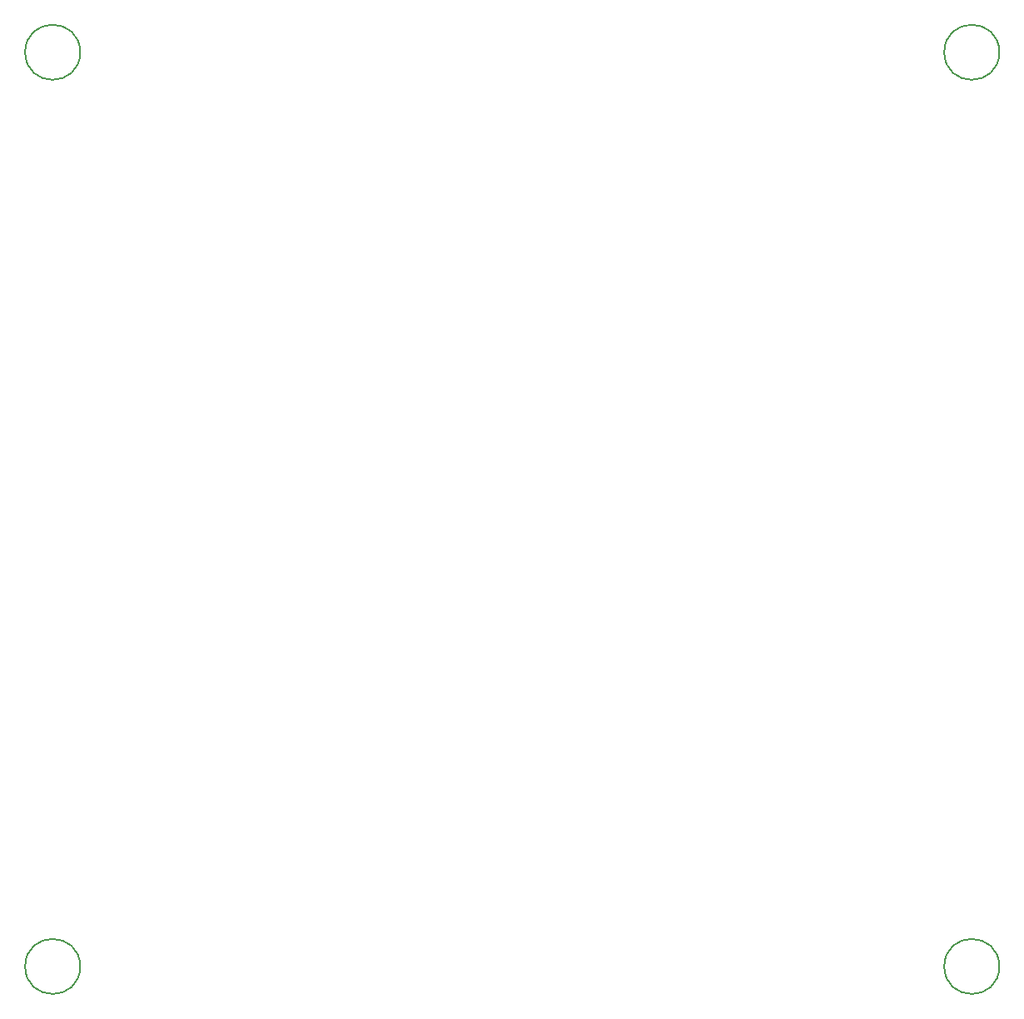
<source format=gbr>
%TF.GenerationSoftware,KiCad,Pcbnew,9.0.3*%
%TF.CreationDate,2025-08-27T16:44:28+03:00*%
%TF.ProjectId,Controller,436f6e74-726f-46c6-9c65-722e6b696361,1.0*%
%TF.SameCoordinates,Original*%
%TF.FileFunction,Other,Comment*%
%FSLAX46Y46*%
G04 Gerber Fmt 4.6, Leading zero omitted, Abs format (unit mm)*
G04 Created by KiCad (PCBNEW 9.0.3) date 2025-08-27 16:44:28*
%MOMM*%
%LPD*%
G01*
G04 APERTURE LIST*
%ADD10C,0.150000*%
G04 APERTURE END LIST*
D10*
%TO.C,H4*%
X184650000Y-127875000D02*
G75*
G02*
X179050000Y-127875000I-2800000J0D01*
G01*
X179050000Y-127875000D02*
G75*
G02*
X184650000Y-127875000I2800000J0D01*
G01*
%TO.C,H3*%
X184650000Y-34900000D02*
G75*
G02*
X179050000Y-34900000I-2800000J0D01*
G01*
X179050000Y-34900000D02*
G75*
G02*
X184650000Y-34900000I2800000J0D01*
G01*
%TO.C,H1*%
X91175000Y-127875000D02*
G75*
G02*
X85575000Y-127875000I-2800000J0D01*
G01*
X85575000Y-127875000D02*
G75*
G02*
X91175000Y-127875000I2800000J0D01*
G01*
%TO.C,H2*%
X91175000Y-34900000D02*
G75*
G02*
X85575000Y-34900000I-2800000J0D01*
G01*
X85575000Y-34900000D02*
G75*
G02*
X91175000Y-34900000I2800000J0D01*
G01*
%TD*%
M02*

</source>
